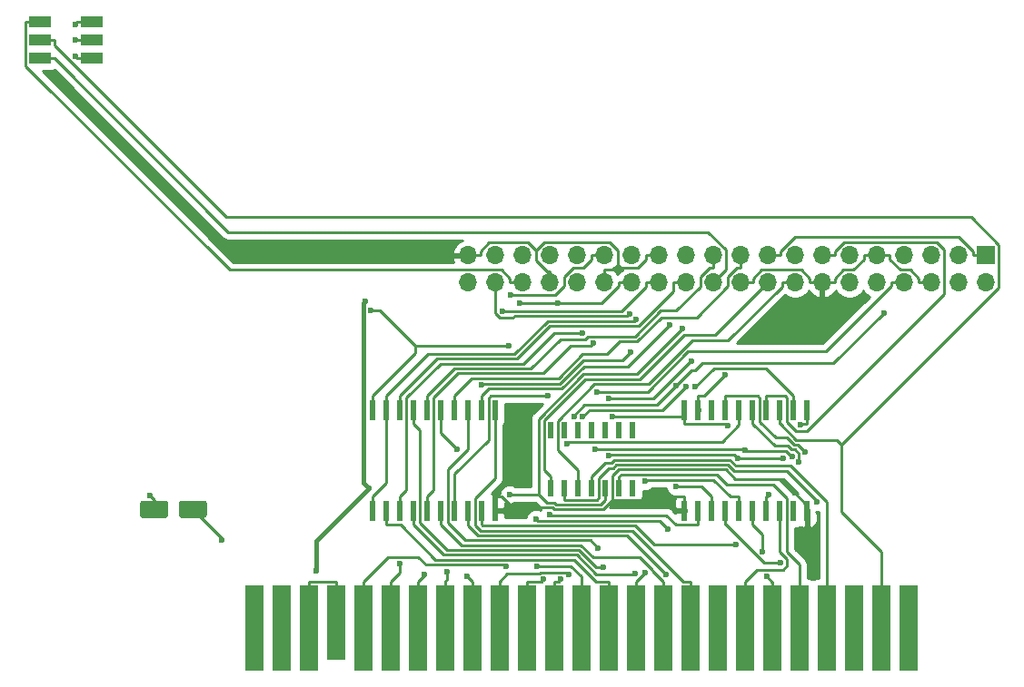
<source format=gbr>
G04 #@! TF.GenerationSoftware,KiCad,Pcbnew,5.1.5-52549c5~86~ubuntu18.04.1*
G04 #@! TF.CreationDate,2020-05-25T17:54:38+09:00*
G04 #@! TF.ProjectId,rpmpv1,72706d70-7631-42e6-9b69-6361645f7063,rev?*
G04 #@! TF.SameCoordinates,Original*
G04 #@! TF.FileFunction,Copper,L1,Top*
G04 #@! TF.FilePolarity,Positive*
%FSLAX46Y46*%
G04 Gerber Fmt 4.6, Leading zero omitted, Abs format (unit mm)*
G04 Created by KiCad (PCBNEW 5.1.5-52549c5~86~ubuntu18.04.1) date 2020-05-25 17:54:38*
%MOMM*%
%LPD*%
G04 APERTURE LIST*
%ADD10R,2.000000X1.100000*%
%ADD11R,0.600000X1.950000*%
%ADD12R,0.600000X1.500000*%
%ADD13R,1.800000X8.000000*%
%ADD14R,1.800000X7.000000*%
%ADD15C,0.100000*%
%ADD16R,1.700000X1.700000*%
%ADD17O,1.700000X1.700000*%
%ADD18C,0.600000*%
%ADD19C,0.250000*%
%ADD20C,0.400000*%
%ADD21C,0.254000*%
G04 APERTURE END LIST*
D10*
X107061000Y-53291000D03*
X107061000Y-54991000D03*
X107061000Y-56691000D03*
X111861000Y-56691000D03*
X111861000Y-54991000D03*
X111861000Y-53291000D03*
D11*
X138049000Y-98871500D03*
X139319000Y-98871500D03*
X140589000Y-98871500D03*
X141859000Y-98871500D03*
X143129000Y-98871500D03*
X144399000Y-98871500D03*
X145669000Y-98871500D03*
X146939000Y-98871500D03*
X148209000Y-98871500D03*
X149479000Y-98871500D03*
X149479000Y-89471500D03*
X148209000Y-89471500D03*
X146939000Y-89471500D03*
X145669000Y-89471500D03*
X144399000Y-89471500D03*
X143129000Y-89471500D03*
X141859000Y-89471500D03*
X140589000Y-89471500D03*
X139319000Y-89471500D03*
X138049000Y-89471500D03*
D12*
X154686000Y-96776500D03*
X155956000Y-96776500D03*
X157226000Y-96776500D03*
X158496000Y-96776500D03*
X159766000Y-96776500D03*
X161036000Y-96776500D03*
X162306000Y-96776500D03*
X162306000Y-91376500D03*
X161036000Y-91376500D03*
X159766000Y-91376500D03*
X158496000Y-91376500D03*
X157226000Y-91376500D03*
X155956000Y-91376500D03*
X154686000Y-91376500D03*
D11*
X167132000Y-98871500D03*
X168402000Y-98871500D03*
X169672000Y-98871500D03*
X170942000Y-98871500D03*
X172212000Y-98871500D03*
X173482000Y-98871500D03*
X174752000Y-98871500D03*
X176022000Y-98871500D03*
X177292000Y-98871500D03*
X178562000Y-98871500D03*
X178562000Y-89471500D03*
X177292000Y-89471500D03*
X176022000Y-89471500D03*
X174752000Y-89471500D03*
X173482000Y-89471500D03*
X172212000Y-89471500D03*
X170942000Y-89471500D03*
X169672000Y-89471500D03*
X168402000Y-89471500D03*
X167132000Y-89471500D03*
D13*
X187972840Y-109799440D03*
X185432840Y-109799440D03*
X182892840Y-109799440D03*
X180352840Y-109799440D03*
X177812840Y-109799440D03*
X175272840Y-109799440D03*
X172732840Y-109799440D03*
X170192840Y-109799440D03*
X167652840Y-109799440D03*
X165112840Y-109799440D03*
X162572840Y-109799440D03*
X160032840Y-109799440D03*
X157492840Y-109799440D03*
X154952840Y-109799440D03*
X152412840Y-109799440D03*
X149872840Y-109799440D03*
X147332840Y-109799440D03*
X144792840Y-109799440D03*
X142252840Y-109799440D03*
X139712840Y-109799440D03*
X137172840Y-109799440D03*
D14*
X134627760Y-109306680D03*
D13*
X132092840Y-109799440D03*
X129552840Y-109799440D03*
X127012840Y-109799440D03*
G04 #@! TA.AperFunction,SMDPad,CuDef*
D15*
G36*
X118781504Y-97943704D02*
G01*
X118805773Y-97947304D01*
X118829571Y-97953265D01*
X118852671Y-97961530D01*
X118874849Y-97972020D01*
X118895893Y-97984633D01*
X118915598Y-97999247D01*
X118933777Y-98015723D01*
X118950253Y-98033902D01*
X118964867Y-98053607D01*
X118977480Y-98074651D01*
X118987970Y-98096829D01*
X118996235Y-98119929D01*
X119002196Y-98143727D01*
X119005796Y-98167996D01*
X119007000Y-98192500D01*
X119007000Y-99292500D01*
X119005796Y-99317004D01*
X119002196Y-99341273D01*
X118996235Y-99365071D01*
X118987970Y-99388171D01*
X118977480Y-99410349D01*
X118964867Y-99431393D01*
X118950253Y-99451098D01*
X118933777Y-99469277D01*
X118915598Y-99485753D01*
X118895893Y-99500367D01*
X118874849Y-99512980D01*
X118852671Y-99523470D01*
X118829571Y-99531735D01*
X118805773Y-99537696D01*
X118781504Y-99541296D01*
X118757000Y-99542500D01*
X116657000Y-99542500D01*
X116632496Y-99541296D01*
X116608227Y-99537696D01*
X116584429Y-99531735D01*
X116561329Y-99523470D01*
X116539151Y-99512980D01*
X116518107Y-99500367D01*
X116498402Y-99485753D01*
X116480223Y-99469277D01*
X116463747Y-99451098D01*
X116449133Y-99431393D01*
X116436520Y-99410349D01*
X116426030Y-99388171D01*
X116417765Y-99365071D01*
X116411804Y-99341273D01*
X116408204Y-99317004D01*
X116407000Y-99292500D01*
X116407000Y-98192500D01*
X116408204Y-98167996D01*
X116411804Y-98143727D01*
X116417765Y-98119929D01*
X116426030Y-98096829D01*
X116436520Y-98074651D01*
X116449133Y-98053607D01*
X116463747Y-98033902D01*
X116480223Y-98015723D01*
X116498402Y-97999247D01*
X116518107Y-97984633D01*
X116539151Y-97972020D01*
X116561329Y-97961530D01*
X116584429Y-97953265D01*
X116608227Y-97947304D01*
X116632496Y-97943704D01*
X116657000Y-97942500D01*
X118757000Y-97942500D01*
X118781504Y-97943704D01*
G37*
G04 #@! TD.AperFunction*
G04 #@! TA.AperFunction,SMDPad,CuDef*
G36*
X122381504Y-97943704D02*
G01*
X122405773Y-97947304D01*
X122429571Y-97953265D01*
X122452671Y-97961530D01*
X122474849Y-97972020D01*
X122495893Y-97984633D01*
X122515598Y-97999247D01*
X122533777Y-98015723D01*
X122550253Y-98033902D01*
X122564867Y-98053607D01*
X122577480Y-98074651D01*
X122587970Y-98096829D01*
X122596235Y-98119929D01*
X122602196Y-98143727D01*
X122605796Y-98167996D01*
X122607000Y-98192500D01*
X122607000Y-99292500D01*
X122605796Y-99317004D01*
X122602196Y-99341273D01*
X122596235Y-99365071D01*
X122587970Y-99388171D01*
X122577480Y-99410349D01*
X122564867Y-99431393D01*
X122550253Y-99451098D01*
X122533777Y-99469277D01*
X122515598Y-99485753D01*
X122495893Y-99500367D01*
X122474849Y-99512980D01*
X122452671Y-99523470D01*
X122429571Y-99531735D01*
X122405773Y-99537696D01*
X122381504Y-99541296D01*
X122357000Y-99542500D01*
X120257000Y-99542500D01*
X120232496Y-99541296D01*
X120208227Y-99537696D01*
X120184429Y-99531735D01*
X120161329Y-99523470D01*
X120139151Y-99512980D01*
X120118107Y-99500367D01*
X120098402Y-99485753D01*
X120080223Y-99469277D01*
X120063747Y-99451098D01*
X120049133Y-99431393D01*
X120036520Y-99410349D01*
X120026030Y-99388171D01*
X120017765Y-99365071D01*
X120011804Y-99341273D01*
X120008204Y-99317004D01*
X120007000Y-99292500D01*
X120007000Y-98192500D01*
X120008204Y-98167996D01*
X120011804Y-98143727D01*
X120017765Y-98119929D01*
X120026030Y-98096829D01*
X120036520Y-98074651D01*
X120049133Y-98053607D01*
X120063747Y-98033902D01*
X120080223Y-98015723D01*
X120098402Y-97999247D01*
X120118107Y-97984633D01*
X120139151Y-97972020D01*
X120161329Y-97961530D01*
X120184429Y-97953265D01*
X120208227Y-97947304D01*
X120232496Y-97943704D01*
X120257000Y-97942500D01*
X122357000Y-97942500D01*
X122381504Y-97943704D01*
G37*
G04 #@! TD.AperFunction*
D16*
X195199000Y-75057000D03*
D17*
X195199000Y-77597000D03*
X192659000Y-75057000D03*
X192659000Y-77597000D03*
X190119000Y-75057000D03*
X190119000Y-77597000D03*
X187579000Y-75057000D03*
X187579000Y-77597000D03*
X185039000Y-75057000D03*
X185039000Y-77597000D03*
X182499000Y-75057000D03*
X182499000Y-77597000D03*
X179959000Y-75057000D03*
X179959000Y-77597000D03*
X177419000Y-75057000D03*
X177419000Y-77597000D03*
X174879000Y-75057000D03*
X174879000Y-77597000D03*
X172339000Y-75057000D03*
X172339000Y-77597000D03*
X169799000Y-75057000D03*
X169799000Y-77597000D03*
X167259000Y-75057000D03*
X167259000Y-77597000D03*
X164719000Y-75057000D03*
X164719000Y-77597000D03*
X162179000Y-75057000D03*
X162179000Y-77597000D03*
X159639000Y-75057000D03*
X159639000Y-77597000D03*
X157099000Y-75057000D03*
X157099000Y-77597000D03*
X154559000Y-75057000D03*
X154559000Y-77597000D03*
X152019000Y-75057000D03*
X152019000Y-77597000D03*
X149479000Y-75057000D03*
X149479000Y-77597000D03*
X146939000Y-75057000D03*
X146939000Y-77597000D03*
D18*
X170888600Y-86200600D03*
X163802000Y-97218200D03*
X137343000Y-79371000D03*
X132760900Y-104461300D03*
X137684600Y-96779400D03*
X160102400Y-93732700D03*
X176326900Y-93981900D03*
X172062800Y-93981900D03*
X166358300Y-87222000D03*
X156836800Y-90125100D03*
X185679200Y-80444400D03*
X150186800Y-80247300D03*
X148176200Y-87161500D03*
X162060600Y-84080800D03*
X151774900Y-79500500D03*
X155327200Y-79500500D03*
X158795300Y-93104800D03*
X177127300Y-93810800D03*
X172738300Y-93236900D03*
X150933200Y-78784100D03*
X179481800Y-98091200D03*
X178378000Y-93406700D03*
X177752600Y-94317400D03*
X174809900Y-105027700D03*
X174403900Y-102683000D03*
X177952400Y-90863600D03*
X162497000Y-104727000D03*
X165431100Y-104840500D03*
X163480000Y-104633500D03*
X159537700Y-104156700D03*
X159054800Y-102337200D03*
X145955600Y-93176200D03*
X153398100Y-104071300D03*
X155597500Y-105281600D03*
X167278300Y-87296600D03*
X157637100Y-90114300D03*
X167792000Y-84926300D03*
X160045900Y-88405700D03*
X153953200Y-105286100D03*
X165591900Y-100626400D03*
X153297100Y-99632500D03*
X156372200Y-104817500D03*
X146866600Y-105007900D03*
X144993000Y-104578400D03*
X142837900Y-104814300D03*
X140568000Y-103822600D03*
X154535100Y-99200400D03*
X150497600Y-104106100D03*
X160417900Y-90115800D03*
X150733800Y-83521500D03*
X137874200Y-80220300D03*
X171196300Y-90973900D03*
X165779000Y-81519700D03*
X171936600Y-101997500D03*
X157589600Y-82270000D03*
X158594900Y-83275300D03*
X154411700Y-88135200D03*
X158932900Y-87779400D03*
X176029300Y-103746500D03*
X175000600Y-97373600D03*
X166321800Y-96614500D03*
X163456700Y-96101800D03*
X124016500Y-101603200D03*
X110353900Y-56509200D03*
X110324100Y-54991000D03*
X110329400Y-53497300D03*
X166920900Y-81873800D03*
X150834700Y-97340400D03*
X156140700Y-92628400D03*
X162619200Y-81000000D03*
X117269000Y-97435100D03*
X168125000Y-87334000D03*
X161974600Y-80512700D03*
D19*
X168402000Y-89471500D02*
X168402000Y-88171200D01*
X170888600Y-86200600D02*
X168918000Y-88171200D01*
X168918000Y-88171200D02*
X168402000Y-88171200D01*
X178562000Y-98871500D02*
X178562000Y-98364000D01*
X178562000Y-98364000D02*
X176140600Y-95942600D01*
X176140600Y-95942600D02*
X171865400Y-95942600D01*
X171865400Y-95942600D02*
X170949000Y-95026200D01*
X170949000Y-95026200D02*
X161023000Y-95026200D01*
X161023000Y-95026200D02*
X160410600Y-95638600D01*
X160410600Y-95638600D02*
X160410600Y-97905900D01*
X179959000Y-77597000D02*
X178783700Y-77597000D01*
X172339000Y-77597000D02*
X173514300Y-77597000D01*
X173514300Y-77597000D02*
X173514300Y-77229700D01*
X173514300Y-77229700D02*
X174322300Y-76421700D01*
X174322300Y-76421700D02*
X177975800Y-76421700D01*
X177975800Y-76421700D02*
X178783700Y-77229600D01*
X178783700Y-77229600D02*
X178783700Y-77597000D01*
X160410600Y-97905900D02*
X159557500Y-98759000D01*
X159557500Y-98759000D02*
X154978100Y-98759000D01*
X154978100Y-98759000D02*
X154794200Y-98575100D01*
X154794200Y-98575100D02*
X151108200Y-98575100D01*
X151108200Y-98575100D02*
X150104300Y-97571200D01*
X150104300Y-97571200D02*
X149479000Y-97571200D01*
X179959000Y-77597000D02*
X181134300Y-77597000D01*
X181134300Y-77597000D02*
X181134300Y-77229600D01*
X181134300Y-77229600D02*
X181942200Y-76421700D01*
X181942200Y-76421700D02*
X182866400Y-76421700D01*
X182866400Y-76421700D02*
X183863700Y-75424400D01*
X183863700Y-75424400D02*
X183863700Y-75057000D01*
X159639000Y-77597000D02*
X159639000Y-76421700D01*
X153292900Y-74628200D02*
X152543200Y-73878500D01*
X152543200Y-73878500D02*
X148925500Y-73878500D01*
X148925500Y-73878500D02*
X148114300Y-74689700D01*
X148114300Y-74689700D02*
X148114300Y-75057000D01*
X154559000Y-76534300D02*
X154304200Y-76534300D01*
X154304200Y-76534300D02*
X153292900Y-75523000D01*
X153292900Y-75523000D02*
X153292900Y-74628200D01*
X153292900Y-74628200D02*
X154086200Y-73834900D01*
X154086200Y-73834900D02*
X160160300Y-73834900D01*
X160160300Y-73834900D02*
X160909000Y-74583600D01*
X160909000Y-74583600D02*
X160909000Y-76232300D01*
X160909000Y-76232300D02*
X162735800Y-76232300D01*
X162735800Y-76232300D02*
X163543700Y-75424400D01*
X163543700Y-75424400D02*
X163543700Y-75057000D01*
X159639000Y-76421700D02*
X160719600Y-76421700D01*
X160719600Y-76421700D02*
X160909000Y-76232300D01*
X163802000Y-97218200D02*
X163114300Y-97905900D01*
X163114300Y-97905900D02*
X160410600Y-97905900D01*
X167132000Y-97571200D02*
X164155000Y-97571200D01*
X164155000Y-97571200D02*
X163802000Y-97218200D01*
X149479000Y-98871500D02*
X149479000Y-97571200D01*
X164719000Y-75057000D02*
X163543700Y-75057000D01*
X185039000Y-75057000D02*
X183863700Y-75057000D01*
X190119000Y-77597000D02*
X188943700Y-77597000D01*
X185039000Y-75057000D02*
X186214300Y-75057000D01*
X186214300Y-75057000D02*
X186214300Y-75424400D01*
X186214300Y-75424400D02*
X187211600Y-76421700D01*
X187211600Y-76421700D02*
X188135800Y-76421700D01*
X188135800Y-76421700D02*
X188943700Y-77229600D01*
X188943700Y-77229600D02*
X188943700Y-77597000D01*
X154559000Y-77597000D02*
X154559000Y-76534300D01*
X146939000Y-75057000D02*
X148114300Y-75057000D01*
X167132000Y-98871500D02*
X167132000Y-97571200D01*
D20*
X137343000Y-79371000D02*
X137172900Y-79541100D01*
X137172900Y-79541100D02*
X137172900Y-96267700D01*
X137172900Y-96267700D02*
X137684600Y-96779400D01*
X132760900Y-104461300D02*
X132760900Y-101703100D01*
X132760900Y-101703100D02*
X137684600Y-96779400D01*
D19*
X172062800Y-93981900D02*
X171756200Y-93675300D01*
X171756200Y-93675300D02*
X160159800Y-93675300D01*
X160159800Y-93675300D02*
X160102400Y-93732700D01*
X176326900Y-93981900D02*
X172062800Y-93981900D01*
X166358300Y-87222000D02*
X167809700Y-85770600D01*
X167809700Y-85770600D02*
X168142700Y-85770600D01*
X168142700Y-85770600D02*
X168788300Y-85125000D01*
X168788300Y-85125000D02*
X180998600Y-85125000D01*
X180998600Y-85125000D02*
X185679200Y-80444400D01*
X156836800Y-90125100D02*
X156836800Y-89981800D01*
X156836800Y-89981800D02*
X157787500Y-89031100D01*
X157787500Y-89031100D02*
X164549200Y-89031100D01*
X164549200Y-89031100D02*
X166358300Y-87222000D01*
X150186800Y-80247300D02*
X161245400Y-80247300D01*
X161245400Y-80247300D02*
X163543700Y-77949000D01*
X163543700Y-77949000D02*
X163543700Y-77597000D01*
X164719000Y-77597000D02*
X163543700Y-77597000D01*
X162060600Y-84080800D02*
X161327400Y-84814000D01*
X161327400Y-84814000D02*
X157727200Y-84814000D01*
X157727200Y-84814000D02*
X155481700Y-87059500D01*
X155481700Y-87059500D02*
X148278200Y-87059500D01*
X148278200Y-87059500D02*
X148176200Y-87161500D01*
X161003700Y-77597000D02*
X161003700Y-77913600D01*
X161003700Y-77913600D02*
X159416800Y-79500500D01*
X159416800Y-79500500D02*
X155327200Y-79500500D01*
X151774900Y-79500500D02*
X155327200Y-79500500D01*
X162179000Y-77597000D02*
X161003700Y-77597000D01*
X172738300Y-93236900D02*
X172606200Y-93104800D01*
X172606200Y-93104800D02*
X158795300Y-93104800D01*
X177127300Y-93810800D02*
X177108200Y-93810800D01*
X177108200Y-93810800D02*
X176597100Y-93299700D01*
X176597100Y-93299700D02*
X172801100Y-93299700D01*
X172801100Y-93299700D02*
X172738300Y-93236900D01*
X158463700Y-75057000D02*
X158463700Y-75424400D01*
X158463700Y-75424400D02*
X157655800Y-76232300D01*
X157655800Y-76232300D02*
X156739400Y-76232300D01*
X156739400Y-76232300D02*
X155923600Y-77048100D01*
X155923600Y-77048100D02*
X155923600Y-77921800D01*
X155923600Y-77921800D02*
X155061300Y-78784100D01*
X155061300Y-78784100D02*
X150933200Y-78784100D01*
X159639000Y-75057000D02*
X158463700Y-75057000D01*
X179481800Y-98091200D02*
X179481800Y-97972700D01*
X179481800Y-97972700D02*
X176667300Y-95158200D01*
X176667300Y-95158200D02*
X171717900Y-95158200D01*
X171717900Y-95158200D02*
X171135600Y-94575900D01*
X171135600Y-94575900D02*
X160780600Y-94575900D01*
X160780600Y-94575900D02*
X160464100Y-94892400D01*
X160464100Y-94892400D02*
X160062500Y-94892400D01*
X160062500Y-94892400D02*
X159140600Y-95814300D01*
X159140600Y-95814300D02*
X159140600Y-97661300D01*
X159140600Y-97661300D02*
X158950100Y-97851800D01*
X158950100Y-97851800D02*
X155956000Y-97851800D01*
X155956000Y-96776500D02*
X155956000Y-97851800D01*
X180352800Y-105474100D02*
X180352800Y-98076400D01*
X180352800Y-98076400D02*
X176984200Y-94707800D01*
X176984200Y-94707800D02*
X171904400Y-94707800D01*
X171904400Y-94707800D02*
X171322200Y-94125600D01*
X171322200Y-94125600D02*
X160594000Y-94125600D01*
X160594000Y-94125600D02*
X160277500Y-94442100D01*
X160277500Y-94442100D02*
X159755100Y-94442100D01*
X159755100Y-94442100D02*
X158496000Y-95701200D01*
X180352800Y-109799400D02*
X180352800Y-105474100D01*
X158496000Y-96776500D02*
X158496000Y-95701200D01*
X177812800Y-105474100D02*
X177812800Y-103890200D01*
X177812800Y-103890200D02*
X176666600Y-102744000D01*
X176666600Y-102744000D02*
X176666600Y-97710200D01*
X176666600Y-97710200D02*
X175364800Y-96408400D01*
X175364800Y-96408400D02*
X171057400Y-96408400D01*
X171057400Y-96408400D02*
X170125500Y-95476500D01*
X170125500Y-95476500D02*
X161260700Y-95476500D01*
X161260700Y-95476500D02*
X161036000Y-95701200D01*
X161036000Y-96776500D02*
X161036000Y-95701200D01*
X177812800Y-109799400D02*
X177812800Y-105474100D01*
X178378000Y-93406700D02*
X177706500Y-92735200D01*
X177706500Y-92735200D02*
X177358300Y-92735200D01*
X177358300Y-92735200D02*
X176694300Y-92071200D01*
X176694300Y-92071200D02*
X175610400Y-92071200D01*
X175610400Y-92071200D02*
X174126600Y-90587400D01*
X174126600Y-90587400D02*
X174126600Y-88376700D01*
X174126600Y-88376700D02*
X173921100Y-88171200D01*
X173921100Y-88171200D02*
X170942000Y-88171200D01*
X170942000Y-89471500D02*
X170942000Y-88171200D01*
X173482000Y-90771800D02*
X175548500Y-92838300D01*
X175548500Y-92838300D02*
X176772600Y-92838300D01*
X176772600Y-92838300D02*
X177119800Y-93185500D01*
X177119800Y-93185500D02*
X177386400Y-93185500D01*
X177386400Y-93185500D02*
X177752600Y-93551700D01*
X177752600Y-93551700D02*
X177752600Y-94317400D01*
X175272800Y-105474100D02*
X175256300Y-105474100D01*
X175256300Y-105474100D02*
X174809900Y-105027700D01*
X175272800Y-109799400D02*
X175272800Y-105474100D01*
X173482000Y-89471500D02*
X173482000Y-90771800D01*
X173482000Y-100171800D02*
X174403900Y-101093700D01*
X174403900Y-101093700D02*
X174403900Y-102683000D01*
X173482000Y-98871500D02*
X173482000Y-100171800D01*
X172732800Y-105474100D02*
X173835100Y-104371800D01*
X173835100Y-104371800D02*
X176288400Y-104371800D01*
X176288400Y-104371800D02*
X176654600Y-104005600D01*
X176654600Y-104005600D02*
X176654600Y-103369000D01*
X176654600Y-103369000D02*
X176022000Y-102736400D01*
X176022000Y-102736400D02*
X176022000Y-100171800D01*
X172732800Y-109799400D02*
X172732800Y-105474100D01*
X176022000Y-98871500D02*
X176022000Y-100171800D01*
X178562000Y-90771800D02*
X178044200Y-90771800D01*
X178044200Y-90771800D02*
X177952400Y-90863600D01*
X178562000Y-89471500D02*
X178562000Y-90771800D01*
X162497000Y-104727000D02*
X162435100Y-104788900D01*
X162435100Y-104788900D02*
X158865300Y-104788900D01*
X158865300Y-104788900D02*
X157072100Y-102995700D01*
X157072100Y-102995700D02*
X144682900Y-102995700D01*
X144682900Y-102995700D02*
X141859000Y-100171800D01*
X141859000Y-98871500D02*
X141859000Y-100171800D01*
X149479000Y-89471500D02*
X149479000Y-95841900D01*
X149479000Y-95841900D02*
X147583600Y-97737300D01*
X147583600Y-97737300D02*
X147583600Y-100225600D01*
X147583600Y-100225600D02*
X148093200Y-100735200D01*
X148093200Y-100735200D02*
X162277000Y-100735200D01*
X162277000Y-100735200D02*
X167015900Y-105474100D01*
X167015900Y-105474100D02*
X167652800Y-105474100D01*
X167652800Y-109799400D02*
X167652800Y-105474100D01*
X146939000Y-98871500D02*
X146939000Y-100266400D01*
X146939000Y-100266400D02*
X147858100Y-101185500D01*
X147858100Y-101185500D02*
X161776100Y-101185500D01*
X161776100Y-101185500D02*
X165431100Y-104840500D01*
X165112800Y-105474100D02*
X164147300Y-104508600D01*
X164147300Y-104508600D02*
X164147300Y-104413800D01*
X164147300Y-104413800D02*
X162959800Y-103226300D01*
X162959800Y-103226300D02*
X158609000Y-103226300D01*
X158609000Y-103226300D02*
X157468800Y-102086100D01*
X157468800Y-102086100D02*
X146313300Y-102086100D01*
X146313300Y-102086100D02*
X144399000Y-100171800D01*
X144399000Y-98871500D02*
X144399000Y-100171800D01*
X165112800Y-109799400D02*
X165112800Y-105474100D01*
X162572800Y-105474100D02*
X162639400Y-105474100D01*
X162639400Y-105474100D02*
X163480000Y-104633500D01*
X162572800Y-109799400D02*
X162572800Y-105474100D01*
X159537700Y-104156700D02*
X158902500Y-104156700D01*
X158902500Y-104156700D02*
X157291200Y-102545400D01*
X157291200Y-102545400D02*
X145018400Y-102545400D01*
X145018400Y-102545400D02*
X142484300Y-100011300D01*
X142484300Y-100011300D02*
X142484300Y-91397100D01*
X142484300Y-91397100D02*
X141859000Y-90771800D01*
X141859000Y-89471500D02*
X141859000Y-90771800D01*
X160032800Y-105474100D02*
X158881000Y-105474100D01*
X158881000Y-105474100D02*
X156852900Y-103446000D01*
X156852900Y-103446000D02*
X143923400Y-103446000D01*
X143923400Y-103446000D02*
X140649200Y-100171800D01*
X140649200Y-100171800D02*
X139319000Y-100171800D01*
X139319000Y-98871500D02*
X139319000Y-100171800D01*
X160032800Y-109799400D02*
X160032800Y-105474100D01*
X159054800Y-102337200D02*
X158353400Y-101635800D01*
X158353400Y-101635800D02*
X146679500Y-101635800D01*
X146679500Y-101635800D02*
X145043600Y-99999900D01*
X145043600Y-99999900D02*
X145043600Y-95001300D01*
X145043600Y-95001300D02*
X146939000Y-93105900D01*
X146939000Y-93105900D02*
X146939000Y-89471500D01*
X144399000Y-89471500D02*
X144399000Y-91619600D01*
X144399000Y-91619600D02*
X145955600Y-93176200D01*
X157492800Y-109799400D02*
X157492800Y-105025300D01*
X157492800Y-105025300D02*
X156538800Y-104071300D01*
X156538800Y-104071300D02*
X153398100Y-104071300D01*
X154952800Y-105474100D02*
X155405000Y-105474100D01*
X155405000Y-105474100D02*
X155597500Y-105281600D01*
X154952800Y-109799400D02*
X154952800Y-105474100D01*
X157637100Y-90114300D02*
X158270000Y-89481400D01*
X158270000Y-89481400D02*
X165093500Y-89481400D01*
X165093500Y-89481400D02*
X167278300Y-87296600D01*
X160045900Y-88405700D02*
X164185200Y-88405700D01*
X164185200Y-88405700D02*
X167664600Y-84926300D01*
X167664600Y-84926300D02*
X167792000Y-84926300D01*
X152412800Y-105474100D02*
X153765200Y-105474100D01*
X153765200Y-105474100D02*
X153953200Y-105286100D01*
X152412800Y-109799400D02*
X152412800Y-105474100D01*
X153297100Y-99632500D02*
X153499200Y-99834600D01*
X153499200Y-99834600D02*
X164800100Y-99834600D01*
X164800100Y-99834600D02*
X165591900Y-100626400D01*
X149872800Y-105474100D02*
X150593500Y-104753400D01*
X150593500Y-104753400D02*
X153601400Y-104753400D01*
X153601400Y-104753400D02*
X153698600Y-104656200D01*
X153698600Y-104656200D02*
X156210900Y-104656200D01*
X156210900Y-104656200D02*
X156372200Y-104817500D01*
X149872800Y-109799400D02*
X149872800Y-105474100D01*
X147332800Y-105474100D02*
X146866600Y-105007900D01*
X147332800Y-109799400D02*
X147332800Y-105474100D01*
X144792800Y-105474100D02*
X144993000Y-105273900D01*
X144993000Y-105273900D02*
X144993000Y-104578400D01*
X144792800Y-109799400D02*
X144792800Y-105474100D01*
X142252800Y-109799400D02*
X142252800Y-105474100D01*
X142252800Y-105474100D02*
X142837900Y-104889000D01*
X142837900Y-104889000D02*
X142837900Y-104814300D01*
X139712800Y-109799400D02*
X139712800Y-105474100D01*
X139712800Y-105474100D02*
X140568000Y-104618900D01*
X140568000Y-104618900D02*
X140568000Y-103822600D01*
X137172800Y-109799400D02*
X137172800Y-105474100D01*
X168402000Y-98871500D02*
X168402000Y-100171800D01*
X154535100Y-99200400D02*
X154626900Y-99292200D01*
X154626900Y-99292200D02*
X165418000Y-99292200D01*
X165418000Y-99292200D02*
X166297600Y-100171800D01*
X166297600Y-100171800D02*
X168402000Y-100171800D01*
X137172800Y-105474100D02*
X139456300Y-103190600D01*
X139456300Y-103190600D02*
X142292900Y-103190600D01*
X142292900Y-103190600D02*
X143011600Y-103909300D01*
X143011600Y-103909300D02*
X150300800Y-103909300D01*
X150300800Y-103909300D02*
X150497600Y-104106100D01*
X167132000Y-90115800D02*
X160417900Y-90115800D01*
X167132000Y-90115800D02*
X167132000Y-90771800D01*
X167132000Y-89471500D02*
X167132000Y-90115800D01*
X195199000Y-75057000D02*
X194023700Y-75057000D01*
X174879000Y-75057000D02*
X176054300Y-75057000D01*
X176054300Y-75057000D02*
X176054300Y-74689700D01*
X176054300Y-74689700D02*
X177381400Y-73362600D01*
X177381400Y-73362600D02*
X192696600Y-73362600D01*
X192696600Y-73362600D02*
X194023700Y-74689700D01*
X194023700Y-74689700D02*
X194023700Y-75057000D01*
X142062400Y-83521500D02*
X150733800Y-83521500D01*
X142062400Y-83521500D02*
X138761200Y-80220300D01*
X138761200Y-80220300D02*
X137874200Y-80220300D01*
X138049000Y-88171200D02*
X142062400Y-84157800D01*
X142062400Y-84157800D02*
X142062400Y-83521500D01*
X167132000Y-90771800D02*
X170994200Y-90771800D01*
X170994200Y-90771800D02*
X171196300Y-90973900D01*
X138049000Y-89471500D02*
X138049000Y-88171200D01*
X166083700Y-77597000D02*
X166083700Y-78420000D01*
X166083700Y-78420000D02*
X162859000Y-81644700D01*
X162859000Y-81644700D02*
X154548700Y-81644700D01*
X154548700Y-81644700D02*
X151479600Y-84713800D01*
X151479600Y-84713800D02*
X144046400Y-84713800D01*
X144046400Y-84713800D02*
X140589000Y-88171200D01*
X167259000Y-77597000D02*
X166083700Y-77597000D01*
X140589000Y-89471500D02*
X140589000Y-88171200D01*
X165779000Y-81519700D02*
X161849500Y-85449200D01*
X161849500Y-85449200D02*
X157742800Y-85449200D01*
X157742800Y-85449200D02*
X155682100Y-87509900D01*
X155682100Y-87509900D02*
X148870300Y-87509900D01*
X148870300Y-87509900D02*
X148209000Y-88171200D01*
X148209000Y-89471500D02*
X148209000Y-88171200D01*
X148209000Y-100171800D02*
X148322100Y-100284900D01*
X148322100Y-100284900D02*
X162556600Y-100284900D01*
X162556600Y-100284900D02*
X164269200Y-101997500D01*
X164269200Y-101997500D02*
X171936600Y-101997500D01*
X148209000Y-98871500D02*
X148209000Y-100171800D01*
X157589600Y-82270000D02*
X154962500Y-82270000D01*
X154962500Y-82270000D02*
X152068400Y-85164100D01*
X152068400Y-85164100D02*
X144381900Y-85164100D01*
X144381900Y-85164100D02*
X141214300Y-88331700D01*
X141214300Y-88331700D02*
X141214300Y-96945900D01*
X141214300Y-96945900D02*
X140589000Y-97571200D01*
X140589000Y-98871500D02*
X140589000Y-97571200D01*
X158594900Y-83275300D02*
X158397300Y-83472900D01*
X158397300Y-83472900D02*
X156520800Y-83472900D01*
X156520800Y-83472900D02*
X153929000Y-86064700D01*
X153929000Y-86064700D02*
X146022400Y-86064700D01*
X146022400Y-86064700D02*
X143754300Y-88332800D01*
X143754300Y-88332800D02*
X143754300Y-96945900D01*
X143754300Y-96945900D02*
X143129000Y-97571200D01*
X143129000Y-98871500D02*
X143129000Y-97571200D01*
X158932900Y-87779400D02*
X163728100Y-87779400D01*
X163728100Y-87779400D02*
X167470300Y-84037200D01*
X167470300Y-84037200D02*
X180271900Y-84037200D01*
X180271900Y-84037200D02*
X186403700Y-77905400D01*
X186403700Y-77905400D02*
X186403700Y-77597000D01*
X145669000Y-98871500D02*
X145669000Y-95457300D01*
X145669000Y-95457300D02*
X148853600Y-92272700D01*
X148853600Y-92272700D02*
X148853600Y-88361800D01*
X148853600Y-88361800D02*
X149080200Y-88135200D01*
X149080200Y-88135200D02*
X154411700Y-88135200D01*
X187579000Y-77597000D02*
X186403700Y-77597000D01*
X181727100Y-92731200D02*
X181280800Y-92284900D01*
X181280800Y-92284900D02*
X177544900Y-92284900D01*
X177544900Y-92284900D02*
X176031800Y-90771800D01*
X176031800Y-90771800D02*
X176022000Y-90771800D01*
X181727100Y-92731200D02*
X196392100Y-78066200D01*
X196392100Y-78066200D02*
X196392100Y-74065400D01*
X196392100Y-74065400D02*
X193822200Y-71495500D01*
X193822200Y-71495500D02*
X124389600Y-71495500D01*
X124389600Y-71495500D02*
X108386300Y-55492200D01*
X108386300Y-55492200D02*
X108386300Y-54991000D01*
X176022000Y-89471500D02*
X176022000Y-90771800D01*
X181727100Y-92731200D02*
X181727100Y-99001800D01*
X181727100Y-99001800D02*
X185432800Y-102707500D01*
X185432800Y-102707500D02*
X185432800Y-109799400D01*
X107061000Y-54991000D02*
X108386300Y-54991000D01*
X134627800Y-109306700D02*
X134627800Y-105481400D01*
X132092800Y-109799400D02*
X132092800Y-105474100D01*
X132092800Y-105474100D02*
X134620500Y-105474100D01*
X134620500Y-105474100D02*
X134627800Y-105481400D01*
X170942000Y-98871500D02*
X170942000Y-100171800D01*
X170942000Y-100171800D02*
X170998000Y-100171800D01*
X170998000Y-100171800D02*
X174572700Y-103746500D01*
X174572700Y-103746500D02*
X176029300Y-103746500D01*
X175000600Y-97373600D02*
X174803000Y-97571200D01*
X174803000Y-97571200D02*
X174752000Y-97571200D01*
X174752000Y-98871500D02*
X174752000Y-97571200D01*
X179959000Y-75057000D02*
X181134300Y-75057000D01*
X174752000Y-89471500D02*
X174752000Y-88171200D01*
X181134300Y-75057000D02*
X181134300Y-74689700D01*
X181134300Y-74689700D02*
X181975900Y-73848100D01*
X181975900Y-73848100D02*
X190626300Y-73848100D01*
X190626300Y-73848100D02*
X191324100Y-74545900D01*
X191324100Y-74545900D02*
X191324100Y-78691500D01*
X191324100Y-78691500D02*
X178526600Y-91489000D01*
X178526600Y-91489000D02*
X177528500Y-91489000D01*
X177528500Y-91489000D02*
X176655000Y-90615500D01*
X176655000Y-90615500D02*
X176655000Y-88300200D01*
X176655000Y-88300200D02*
X176526000Y-88171200D01*
X176526000Y-88171200D02*
X174752000Y-88171200D01*
X177419000Y-77597000D02*
X176243700Y-77597000D01*
X176243700Y-77597000D02*
X176243700Y-77964300D01*
X176243700Y-77964300D02*
X171195100Y-83012900D01*
X171195100Y-83012900D02*
X167857700Y-83012900D01*
X167857700Y-83012900D02*
X163805000Y-87065600D01*
X163805000Y-87065600D02*
X158732600Y-87065600D01*
X158732600Y-87065600D02*
X155321000Y-90477200D01*
X155321000Y-90477200D02*
X155321000Y-93192200D01*
X155321000Y-93192200D02*
X157226000Y-95097200D01*
X157226000Y-95097200D02*
X157226000Y-96776500D01*
X174879000Y-77597000D02*
X169973900Y-82502100D01*
X169973900Y-82502100D02*
X167094600Y-82502100D01*
X167094600Y-82502100D02*
X162981500Y-86615200D01*
X162981500Y-86615200D02*
X157864800Y-86615200D01*
X157864800Y-86615200D02*
X154060700Y-90419300D01*
X154060700Y-90419300D02*
X154060700Y-95075900D01*
X154060700Y-95075900D02*
X154686000Y-95701200D01*
X154686000Y-96776500D02*
X154686000Y-95701200D01*
X166321800Y-96614500D02*
X168715300Y-96614500D01*
X168715300Y-96614500D02*
X169672000Y-97571200D01*
X169672000Y-98871500D02*
X169672000Y-97571200D01*
X172212000Y-98871500D02*
X172212000Y-97571200D01*
X163456700Y-96101800D02*
X163569500Y-95989000D01*
X163569500Y-95989000D02*
X169842600Y-95989000D01*
X169842600Y-95989000D02*
X171424800Y-97571200D01*
X171424800Y-97571200D02*
X172212000Y-97571200D01*
X124016500Y-101603200D02*
X124016500Y-101452000D01*
X124016500Y-101452000D02*
X121307000Y-98742500D01*
X110353900Y-56509200D02*
X110535700Y-56691000D01*
X111861000Y-56691000D02*
X110535700Y-56691000D01*
X110535700Y-54991000D02*
X110324100Y-54991000D01*
X111861000Y-54991000D02*
X110535700Y-54991000D01*
X110329400Y-53497300D02*
X110535700Y-53291000D01*
X111861000Y-53291000D02*
X110535700Y-53291000D01*
X107061000Y-53291000D02*
X105735700Y-53291000D01*
X152019000Y-77597000D02*
X150843700Y-77597000D01*
X150843700Y-77597000D02*
X150843700Y-77229600D01*
X150843700Y-77229600D02*
X150035800Y-76421700D01*
X150035800Y-76421700D02*
X124769400Y-76421700D01*
X124769400Y-76421700D02*
X105735700Y-57388000D01*
X105735700Y-57388000D02*
X105735700Y-53291000D01*
X166920900Y-81873800D02*
X162684400Y-86110300D01*
X162684400Y-86110300D02*
X157732700Y-86110300D01*
X157732700Y-86110300D02*
X153525500Y-90317500D01*
X153525500Y-90317500D02*
X153525500Y-97340400D01*
X169799000Y-77597000D02*
X170989600Y-76406400D01*
X170989600Y-76406400D02*
X170989600Y-74558000D01*
X170989600Y-74558000D02*
X169326700Y-72895100D01*
X169326700Y-72895100D02*
X124590400Y-72895100D01*
X124590400Y-72895100D02*
X108386300Y-56691000D01*
X159766000Y-97851800D02*
X159315700Y-98302100D01*
X159315700Y-98302100D02*
X155158100Y-98302100D01*
X155158100Y-98302100D02*
X154980800Y-98124800D01*
X154980800Y-98124800D02*
X154309900Y-98124800D01*
X154309900Y-98124800D02*
X153525500Y-97340400D01*
X107061000Y-56691000D02*
X108386300Y-56691000D01*
X153525500Y-97340400D02*
X150834700Y-97340400D01*
X159766000Y-96776500D02*
X159766000Y-97851800D01*
X172212000Y-89471500D02*
X172212000Y-90876700D01*
X172212000Y-90876700D02*
X170609200Y-92479500D01*
X170609200Y-92479500D02*
X156289600Y-92479500D01*
X156289600Y-92479500D02*
X156140700Y-92628400D01*
X139319000Y-88171200D02*
X143226700Y-84263500D01*
X143226700Y-84263500D02*
X151293000Y-84263500D01*
X151293000Y-84263500D02*
X154363100Y-81193400D01*
X154363100Y-81193400D02*
X162425800Y-81193400D01*
X162425800Y-81193400D02*
X162619200Y-81000000D01*
X138049000Y-98871500D02*
X138049000Y-97571200D01*
X138049000Y-97571200D02*
X139319000Y-96301200D01*
X139319000Y-96301200D02*
X139319000Y-90771800D01*
X139319000Y-89471500D02*
X139319000Y-88171200D01*
X139319000Y-89471500D02*
X139319000Y-90771800D01*
X117707000Y-98742500D02*
X117707000Y-97873100D01*
X117707000Y-97873100D02*
X117269000Y-97435100D01*
X145669000Y-89471500D02*
X145669000Y-88171200D01*
X172339000Y-75057000D02*
X172339000Y-76232300D01*
X172339000Y-76232300D02*
X171971600Y-76232300D01*
X171971600Y-76232300D02*
X171163700Y-77040200D01*
X171163700Y-77040200D02*
X171163700Y-77913500D01*
X171163700Y-77913500D02*
X168248900Y-80828300D01*
X168248900Y-80828300D02*
X164949200Y-80828300D01*
X164949200Y-80828300D02*
X162702700Y-83074800D01*
X162702700Y-83074800D02*
X161066500Y-83074800D01*
X161066500Y-83074800D02*
X159865000Y-84276300D01*
X159865000Y-84276300D02*
X157628000Y-84276300D01*
X157628000Y-84276300D02*
X155378700Y-86525600D01*
X155378700Y-86525600D02*
X147314600Y-86525600D01*
X147314600Y-86525600D02*
X145669000Y-88171200D01*
X169799000Y-76232300D02*
X169431600Y-76232300D01*
X169431600Y-76232300D02*
X168623700Y-77040200D01*
X168623700Y-77040200D02*
X168623700Y-77953900D01*
X168623700Y-77953900D02*
X166358500Y-80219100D01*
X166358500Y-80219100D02*
X164921500Y-80219100D01*
X164921500Y-80219100D02*
X162516200Y-82624400D01*
X162516200Y-82624400D02*
X158119600Y-82624400D01*
X158119600Y-82624400D02*
X157848700Y-82895300D01*
X157848700Y-82895300D02*
X155540700Y-82895300D01*
X155540700Y-82895300D02*
X152821600Y-85614400D01*
X152821600Y-85614400D02*
X145685800Y-85614400D01*
X145685800Y-85614400D02*
X143129000Y-88171200D01*
X143129000Y-89471500D02*
X143129000Y-88171200D01*
X169799000Y-75057000D02*
X169799000Y-76232300D01*
X177292000Y-88171200D02*
X174696100Y-85575300D01*
X174696100Y-85575300D02*
X169883700Y-85575300D01*
X169883700Y-85575300D02*
X168125000Y-87334000D01*
X149479000Y-78772300D02*
X149479000Y-80451800D01*
X149479000Y-80451800D02*
X149904000Y-80876800D01*
X149904000Y-80876800D02*
X151144200Y-80876800D01*
X151144200Y-80876800D02*
X151291100Y-80729900D01*
X151291100Y-80729900D02*
X161757400Y-80729900D01*
X161757400Y-80729900D02*
X161974600Y-80512700D01*
X149479000Y-77597000D02*
X149479000Y-78772300D01*
X177292000Y-89471500D02*
X177292000Y-88171200D01*
D21*
G36*
X178689000Y-98744500D02*
G01*
X178709000Y-98744500D01*
X178709000Y-98998500D01*
X178689000Y-98998500D01*
X178689000Y-100322750D01*
X178847750Y-100481500D01*
X178862000Y-100484572D01*
X178986482Y-100472312D01*
X179106180Y-100436002D01*
X179216494Y-100377037D01*
X179313185Y-100297685D01*
X179392537Y-100200994D01*
X179451502Y-100090680D01*
X179487812Y-99970982D01*
X179500072Y-99846500D01*
X179497000Y-99157250D01*
X179360050Y-99020300D01*
X179389711Y-99026200D01*
X179573889Y-99026200D01*
X179592801Y-99022438D01*
X179592800Y-105161368D01*
X179452840Y-105161368D01*
X179328358Y-105173628D01*
X179208660Y-105209938D01*
X179098346Y-105268903D01*
X179082840Y-105281628D01*
X179067334Y-105268903D01*
X178957020Y-105209938D01*
X178837322Y-105173628D01*
X178712840Y-105161368D01*
X178572800Y-105161368D01*
X178572800Y-103927533D01*
X178576477Y-103890200D01*
X178568958Y-103813854D01*
X178561803Y-103741214D01*
X178518346Y-103597953D01*
X178447774Y-103465924D01*
X178352801Y-103350199D01*
X178323803Y-103326401D01*
X177426600Y-102429199D01*
X177426600Y-100484572D01*
X177592000Y-100484572D01*
X177716482Y-100472312D01*
X177836180Y-100436002D01*
X177927000Y-100387457D01*
X178017820Y-100436002D01*
X178137518Y-100472312D01*
X178262000Y-100484572D01*
X178276250Y-100481500D01*
X178435000Y-100322750D01*
X178435000Y-98998500D01*
X178415000Y-98998500D01*
X178415000Y-98744500D01*
X178435000Y-98744500D01*
X178435000Y-98724500D01*
X178689000Y-98724500D01*
X178689000Y-98744500D01*
G37*
X178689000Y-98744500D02*
X178709000Y-98744500D01*
X178709000Y-98998500D01*
X178689000Y-98998500D01*
X178689000Y-100322750D01*
X178847750Y-100481500D01*
X178862000Y-100484572D01*
X178986482Y-100472312D01*
X179106180Y-100436002D01*
X179216494Y-100377037D01*
X179313185Y-100297685D01*
X179392537Y-100200994D01*
X179451502Y-100090680D01*
X179487812Y-99970982D01*
X179500072Y-99846500D01*
X179497000Y-99157250D01*
X179360050Y-99020300D01*
X179389711Y-99026200D01*
X179573889Y-99026200D01*
X179592801Y-99022438D01*
X179592800Y-105161368D01*
X179452840Y-105161368D01*
X179328358Y-105173628D01*
X179208660Y-105209938D01*
X179098346Y-105268903D01*
X179082840Y-105281628D01*
X179067334Y-105268903D01*
X178957020Y-105209938D01*
X178837322Y-105173628D01*
X178712840Y-105161368D01*
X178572800Y-105161368D01*
X178572800Y-103927533D01*
X178576477Y-103890200D01*
X178568958Y-103813854D01*
X178561803Y-103741214D01*
X178518346Y-103597953D01*
X178447774Y-103465924D01*
X178352801Y-103350199D01*
X178323803Y-103326401D01*
X177426600Y-102429199D01*
X177426600Y-100484572D01*
X177592000Y-100484572D01*
X177716482Y-100472312D01*
X177836180Y-100436002D01*
X177927000Y-100387457D01*
X178017820Y-100436002D01*
X178137518Y-100472312D01*
X178262000Y-100484572D01*
X178276250Y-100481500D01*
X178435000Y-100322750D01*
X178435000Y-98998500D01*
X178415000Y-98998500D01*
X178415000Y-98744500D01*
X178435000Y-98744500D01*
X178435000Y-98724500D01*
X178689000Y-98724500D01*
X178689000Y-98744500D01*
G36*
X153870261Y-88897937D02*
G01*
X153014503Y-89753696D01*
X152985499Y-89777499D01*
X152940104Y-89832814D01*
X152890526Y-89893224D01*
X152821581Y-90022211D01*
X152819954Y-90025254D01*
X152776497Y-90168515D01*
X152765500Y-90280168D01*
X152765500Y-90280178D01*
X152761824Y-90317500D01*
X152765500Y-90354823D01*
X152765501Y-96580400D01*
X151380235Y-96580400D01*
X151277589Y-96511814D01*
X151107429Y-96441332D01*
X150926789Y-96405400D01*
X150742611Y-96405400D01*
X150561971Y-96441332D01*
X150391811Y-96511814D01*
X150238672Y-96614138D01*
X150108438Y-96744372D01*
X150006114Y-96897511D01*
X149935632Y-97067671D01*
X149899700Y-97248311D01*
X149899700Y-97270316D01*
X149779000Y-97258428D01*
X149764750Y-97261500D01*
X149606000Y-97420250D01*
X149606000Y-98744500D01*
X150255250Y-98744500D01*
X150414000Y-98585750D01*
X150415813Y-98178928D01*
X150561971Y-98239468D01*
X150742611Y-98275400D01*
X150926789Y-98275400D01*
X151107429Y-98239468D01*
X151277589Y-98168986D01*
X151380235Y-98100400D01*
X153210699Y-98100400D01*
X153746101Y-98635802D01*
X153769106Y-98663835D01*
X153706514Y-98757511D01*
X153695010Y-98785283D01*
X153569829Y-98733432D01*
X153389189Y-98697500D01*
X153205011Y-98697500D01*
X153024371Y-98733432D01*
X152854211Y-98803914D01*
X152701072Y-98906238D01*
X152570838Y-99036472D01*
X152468514Y-99189611D01*
X152398032Y-99359771D01*
X152365185Y-99524900D01*
X150415639Y-99524900D01*
X150414000Y-99157250D01*
X150255250Y-98998500D01*
X149606000Y-98998500D01*
X149606000Y-99018500D01*
X149352000Y-99018500D01*
X149352000Y-98998500D01*
X149332000Y-98998500D01*
X149332000Y-98744500D01*
X149352000Y-98744500D01*
X149352000Y-97420250D01*
X149193250Y-97261500D01*
X149179000Y-97258428D01*
X149132716Y-97262986D01*
X149990008Y-96405695D01*
X150019001Y-96381901D01*
X150042795Y-96352908D01*
X150042799Y-96352904D01*
X150113973Y-96266177D01*
X150117456Y-96259661D01*
X150184546Y-96134147D01*
X150228003Y-95990886D01*
X150239000Y-95879233D01*
X150239000Y-95879224D01*
X150242676Y-95841901D01*
X150239000Y-95804578D01*
X150239000Y-90886944D01*
X150309537Y-90800994D01*
X150368502Y-90690680D01*
X150404812Y-90570982D01*
X150417072Y-90446500D01*
X150417072Y-88895200D01*
X153866165Y-88895200D01*
X153870261Y-88897937D01*
G37*
X153870261Y-88897937D02*
X153014503Y-89753696D01*
X152985499Y-89777499D01*
X152940104Y-89832814D01*
X152890526Y-89893224D01*
X152821581Y-90022211D01*
X152819954Y-90025254D01*
X152776497Y-90168515D01*
X152765500Y-90280168D01*
X152765500Y-90280178D01*
X152761824Y-90317500D01*
X152765500Y-90354823D01*
X152765501Y-96580400D01*
X151380235Y-96580400D01*
X151277589Y-96511814D01*
X151107429Y-96441332D01*
X150926789Y-96405400D01*
X150742611Y-96405400D01*
X150561971Y-96441332D01*
X150391811Y-96511814D01*
X150238672Y-96614138D01*
X150108438Y-96744372D01*
X150006114Y-96897511D01*
X149935632Y-97067671D01*
X149899700Y-97248311D01*
X149899700Y-97270316D01*
X149779000Y-97258428D01*
X149764750Y-97261500D01*
X149606000Y-97420250D01*
X149606000Y-98744500D01*
X150255250Y-98744500D01*
X150414000Y-98585750D01*
X150415813Y-98178928D01*
X150561971Y-98239468D01*
X150742611Y-98275400D01*
X150926789Y-98275400D01*
X151107429Y-98239468D01*
X151277589Y-98168986D01*
X151380235Y-98100400D01*
X153210699Y-98100400D01*
X153746101Y-98635802D01*
X153769106Y-98663835D01*
X153706514Y-98757511D01*
X153695010Y-98785283D01*
X153569829Y-98733432D01*
X153389189Y-98697500D01*
X153205011Y-98697500D01*
X153024371Y-98733432D01*
X152854211Y-98803914D01*
X152701072Y-98906238D01*
X152570838Y-99036472D01*
X152468514Y-99189611D01*
X152398032Y-99359771D01*
X152365185Y-99524900D01*
X150415639Y-99524900D01*
X150414000Y-99157250D01*
X150255250Y-98998500D01*
X149606000Y-98998500D01*
X149606000Y-99018500D01*
X149352000Y-99018500D01*
X149352000Y-98998500D01*
X149332000Y-98998500D01*
X149332000Y-98744500D01*
X149352000Y-98744500D01*
X149352000Y-97420250D01*
X149193250Y-97261500D01*
X149179000Y-97258428D01*
X149132716Y-97262986D01*
X149990008Y-96405695D01*
X150019001Y-96381901D01*
X150042795Y-96352908D01*
X150042799Y-96352904D01*
X150113973Y-96266177D01*
X150117456Y-96259661D01*
X150184546Y-96134147D01*
X150228003Y-95990886D01*
X150239000Y-95879233D01*
X150239000Y-95879224D01*
X150242676Y-95841901D01*
X150239000Y-95804578D01*
X150239000Y-90886944D01*
X150309537Y-90800994D01*
X150368502Y-90690680D01*
X150404812Y-90570982D01*
X150417072Y-90446500D01*
X150417072Y-88895200D01*
X153866165Y-88895200D01*
X153870261Y-88897937D01*
G36*
X165422732Y-96887229D02*
G01*
X165493214Y-97057389D01*
X165595538Y-97210528D01*
X165725772Y-97340762D01*
X165878911Y-97443086D01*
X166049071Y-97513568D01*
X166229711Y-97549500D01*
X166297457Y-97549500D01*
X166242498Y-97652320D01*
X166206188Y-97772018D01*
X166193928Y-97896500D01*
X166197000Y-98585750D01*
X166355750Y-98744500D01*
X167005000Y-98744500D01*
X167005000Y-98724500D01*
X167259000Y-98724500D01*
X167259000Y-98744500D01*
X167279000Y-98744500D01*
X167279000Y-98998500D01*
X167259000Y-98998500D01*
X167259000Y-99018500D01*
X167005000Y-99018500D01*
X167005000Y-98998500D01*
X166355750Y-98998500D01*
X166277426Y-99076824D01*
X165981803Y-98781202D01*
X165958001Y-98752199D01*
X165842276Y-98657226D01*
X165710247Y-98586654D01*
X165566986Y-98543197D01*
X165455333Y-98532200D01*
X165455322Y-98532200D01*
X165418000Y-98528524D01*
X165380678Y-98532200D01*
X160160401Y-98532200D01*
X160276997Y-98415604D01*
X160306001Y-98391801D01*
X160400974Y-98276076D01*
X160471546Y-98144047D01*
X160481695Y-98110590D01*
X160491820Y-98116002D01*
X160611518Y-98152312D01*
X160736000Y-98164572D01*
X161336000Y-98164572D01*
X161460482Y-98152312D01*
X161580180Y-98116002D01*
X161671000Y-98067457D01*
X161761820Y-98116002D01*
X161881518Y-98152312D01*
X162006000Y-98164572D01*
X162606000Y-98164572D01*
X162730482Y-98152312D01*
X162850180Y-98116002D01*
X162960494Y-98057037D01*
X163057185Y-97977685D01*
X163136537Y-97880994D01*
X163195502Y-97770680D01*
X163231812Y-97650982D01*
X163244072Y-97526500D01*
X163244072Y-97012823D01*
X163364611Y-97036800D01*
X163548789Y-97036800D01*
X163729429Y-97000868D01*
X163899589Y-96930386D01*
X164052728Y-96828062D01*
X164131790Y-96749000D01*
X165395236Y-96749000D01*
X165422732Y-96887229D01*
G37*
X165422732Y-96887229D02*
X165493214Y-97057389D01*
X165595538Y-97210528D01*
X165725772Y-97340762D01*
X165878911Y-97443086D01*
X166049071Y-97513568D01*
X166229711Y-97549500D01*
X166297457Y-97549500D01*
X166242498Y-97652320D01*
X166206188Y-97772018D01*
X166193928Y-97896500D01*
X166197000Y-98585750D01*
X166355750Y-98744500D01*
X167005000Y-98744500D01*
X167005000Y-98724500D01*
X167259000Y-98724500D01*
X167259000Y-98744500D01*
X167279000Y-98744500D01*
X167279000Y-98998500D01*
X167259000Y-98998500D01*
X167259000Y-99018500D01*
X167005000Y-99018500D01*
X167005000Y-98998500D01*
X166355750Y-98998500D01*
X166277426Y-99076824D01*
X165981803Y-98781202D01*
X165958001Y-98752199D01*
X165842276Y-98657226D01*
X165710247Y-98586654D01*
X165566986Y-98543197D01*
X165455333Y-98532200D01*
X165455322Y-98532200D01*
X165418000Y-98528524D01*
X165380678Y-98532200D01*
X160160401Y-98532200D01*
X160276997Y-98415604D01*
X160306001Y-98391801D01*
X160400974Y-98276076D01*
X160471546Y-98144047D01*
X160481695Y-98110590D01*
X160491820Y-98116002D01*
X160611518Y-98152312D01*
X160736000Y-98164572D01*
X161336000Y-98164572D01*
X161460482Y-98152312D01*
X161580180Y-98116002D01*
X161671000Y-98067457D01*
X161761820Y-98116002D01*
X161881518Y-98152312D01*
X162006000Y-98164572D01*
X162606000Y-98164572D01*
X162730482Y-98152312D01*
X162850180Y-98116002D01*
X162960494Y-98057037D01*
X163057185Y-97977685D01*
X163136537Y-97880994D01*
X163195502Y-97770680D01*
X163231812Y-97650982D01*
X163244072Y-97526500D01*
X163244072Y-97012823D01*
X163364611Y-97036800D01*
X163548789Y-97036800D01*
X163729429Y-97000868D01*
X163899589Y-96930386D01*
X164052728Y-96828062D01*
X164131790Y-96749000D01*
X165395236Y-96749000D01*
X165422732Y-96887229D01*
G36*
X177703731Y-97269432D02*
G01*
X177592000Y-97258428D01*
X177279009Y-97258428D01*
X177206601Y-97170199D01*
X177177603Y-97146401D01*
X175949401Y-95918200D01*
X176352499Y-95918200D01*
X177703731Y-97269432D01*
G37*
X177703731Y-97269432D02*
X177592000Y-97258428D01*
X177279009Y-97258428D01*
X177206601Y-97170199D01*
X177177603Y-97146401D01*
X175949401Y-95918200D01*
X176352499Y-95918200D01*
X177703731Y-97269432D01*
G36*
X168529000Y-89344500D02*
G01*
X168549000Y-89344500D01*
X168549000Y-89598500D01*
X168529000Y-89598500D01*
X168529000Y-89618500D01*
X168275000Y-89618500D01*
X168275000Y-89598500D01*
X168255000Y-89598500D01*
X168255000Y-89344500D01*
X168275000Y-89344500D01*
X168275000Y-89324500D01*
X168529000Y-89324500D01*
X168529000Y-89344500D01*
G37*
X168529000Y-89344500D02*
X168549000Y-89344500D01*
X168549000Y-89598500D01*
X168529000Y-89598500D01*
X168529000Y-89618500D01*
X168275000Y-89618500D01*
X168275000Y-89598500D01*
X168255000Y-89598500D01*
X168255000Y-89344500D01*
X168275000Y-89344500D01*
X168275000Y-89324500D01*
X168529000Y-89324500D01*
X168529000Y-89344500D01*
G36*
X180086000Y-77470000D02*
G01*
X180106000Y-77470000D01*
X180106000Y-77724000D01*
X180086000Y-77724000D01*
X180086000Y-78917155D01*
X180315890Y-79038476D01*
X180463099Y-78993825D01*
X180725920Y-78868641D01*
X180959269Y-78694588D01*
X181154178Y-78478355D01*
X181223805Y-78361466D01*
X181345525Y-78543632D01*
X181552368Y-78750475D01*
X181795589Y-78912990D01*
X182065842Y-79024932D01*
X182352740Y-79082000D01*
X182645260Y-79082000D01*
X182932158Y-79024932D01*
X183202411Y-78912990D01*
X183445632Y-78750475D01*
X183652475Y-78543632D01*
X183769000Y-78369240D01*
X183885525Y-78543632D01*
X184092368Y-78750475D01*
X184327028Y-78907270D01*
X179957099Y-83277200D01*
X172005601Y-83277200D01*
X176508311Y-78774491D01*
X176715589Y-78912990D01*
X176985842Y-79024932D01*
X177272740Y-79082000D01*
X177565260Y-79082000D01*
X177852158Y-79024932D01*
X178122411Y-78912990D01*
X178365632Y-78750475D01*
X178572475Y-78543632D01*
X178694195Y-78361466D01*
X178763822Y-78478355D01*
X178958731Y-78694588D01*
X179192080Y-78868641D01*
X179454901Y-78993825D01*
X179602110Y-79038476D01*
X179832000Y-78917155D01*
X179832000Y-77724000D01*
X179812000Y-77724000D01*
X179812000Y-77470000D01*
X179832000Y-77470000D01*
X179832000Y-77450000D01*
X180086000Y-77450000D01*
X180086000Y-77470000D01*
G37*
X180086000Y-77470000D02*
X180106000Y-77470000D01*
X180106000Y-77724000D01*
X180086000Y-77724000D01*
X180086000Y-78917155D01*
X180315890Y-79038476D01*
X180463099Y-78993825D01*
X180725920Y-78868641D01*
X180959269Y-78694588D01*
X181154178Y-78478355D01*
X181223805Y-78361466D01*
X181345525Y-78543632D01*
X181552368Y-78750475D01*
X181795589Y-78912990D01*
X182065842Y-79024932D01*
X182352740Y-79082000D01*
X182645260Y-79082000D01*
X182932158Y-79024932D01*
X183202411Y-78912990D01*
X183445632Y-78750475D01*
X183652475Y-78543632D01*
X183769000Y-78369240D01*
X183885525Y-78543632D01*
X184092368Y-78750475D01*
X184327028Y-78907270D01*
X179957099Y-83277200D01*
X172005601Y-83277200D01*
X176508311Y-78774491D01*
X176715589Y-78912990D01*
X176985842Y-79024932D01*
X177272740Y-79082000D01*
X177565260Y-79082000D01*
X177852158Y-79024932D01*
X178122411Y-78912990D01*
X178365632Y-78750475D01*
X178572475Y-78543632D01*
X178694195Y-78361466D01*
X178763822Y-78478355D01*
X178958731Y-78694588D01*
X179192080Y-78868641D01*
X179454901Y-78993825D01*
X179602110Y-79038476D01*
X179832000Y-78917155D01*
X179832000Y-77724000D01*
X179812000Y-77724000D01*
X179812000Y-77470000D01*
X179832000Y-77470000D01*
X179832000Y-77450000D01*
X180086000Y-77450000D01*
X180086000Y-77470000D01*
G36*
X154686000Y-77470000D02*
G01*
X154706000Y-77470000D01*
X154706000Y-77724000D01*
X154686000Y-77724000D01*
X154686000Y-77744000D01*
X154432000Y-77744000D01*
X154432000Y-77724000D01*
X154412000Y-77724000D01*
X154412000Y-77470000D01*
X154432000Y-77470000D01*
X154432000Y-77450000D01*
X154686000Y-77450000D01*
X154686000Y-77470000D01*
G37*
X154686000Y-77470000D02*
X154706000Y-77470000D01*
X154706000Y-77724000D01*
X154686000Y-77724000D01*
X154686000Y-77744000D01*
X154432000Y-77744000D01*
X154432000Y-77724000D01*
X154412000Y-77724000D01*
X154412000Y-77470000D01*
X154432000Y-77470000D01*
X154432000Y-77450000D01*
X154686000Y-77450000D01*
X154686000Y-77470000D01*
G36*
X159766000Y-77470000D02*
G01*
X159786000Y-77470000D01*
X159786000Y-77724000D01*
X159766000Y-77724000D01*
X159766000Y-77744000D01*
X159512000Y-77744000D01*
X159512000Y-77724000D01*
X159492000Y-77724000D01*
X159492000Y-77470000D01*
X159512000Y-77470000D01*
X159512000Y-77450000D01*
X159766000Y-77450000D01*
X159766000Y-77470000D01*
G37*
X159766000Y-77470000D02*
X159786000Y-77470000D01*
X159786000Y-77724000D01*
X159766000Y-77724000D01*
X159766000Y-77744000D01*
X159512000Y-77744000D01*
X159512000Y-77724000D01*
X159492000Y-77724000D01*
X159492000Y-77470000D01*
X159512000Y-77470000D01*
X159512000Y-77450000D01*
X159766000Y-77450000D01*
X159766000Y-77470000D01*
G36*
X190246000Y-77470000D02*
G01*
X190266000Y-77470000D01*
X190266000Y-77724000D01*
X190246000Y-77724000D01*
X190246000Y-77744000D01*
X189992000Y-77744000D01*
X189992000Y-77724000D01*
X189972000Y-77724000D01*
X189972000Y-77470000D01*
X189992000Y-77470000D01*
X189992000Y-77450000D01*
X190246000Y-77450000D01*
X190246000Y-77470000D01*
G37*
X190246000Y-77470000D02*
X190266000Y-77470000D01*
X190266000Y-77724000D01*
X190246000Y-77724000D01*
X190246000Y-77744000D01*
X189992000Y-77744000D01*
X189992000Y-77724000D01*
X189972000Y-77724000D01*
X189972000Y-77470000D01*
X189992000Y-77470000D01*
X189992000Y-77450000D01*
X190246000Y-77450000D01*
X190246000Y-77470000D01*
G36*
X172466000Y-77470000D02*
G01*
X172486000Y-77470000D01*
X172486000Y-77724000D01*
X172466000Y-77724000D01*
X172466000Y-77744000D01*
X172212000Y-77744000D01*
X172212000Y-77724000D01*
X172192000Y-77724000D01*
X172192000Y-77470000D01*
X172212000Y-77470000D01*
X172212000Y-77450000D01*
X172466000Y-77450000D01*
X172466000Y-77470000D01*
G37*
X172466000Y-77470000D02*
X172486000Y-77470000D01*
X172486000Y-77724000D01*
X172466000Y-77724000D01*
X172466000Y-77744000D01*
X172212000Y-77744000D01*
X172212000Y-77724000D01*
X172192000Y-77724000D01*
X172192000Y-77470000D01*
X172212000Y-77470000D01*
X172212000Y-77450000D01*
X172466000Y-77450000D01*
X172466000Y-77470000D01*
G36*
X161025525Y-76003632D02*
G01*
X161232368Y-76210475D01*
X161406760Y-76327000D01*
X161232368Y-76443525D01*
X161025525Y-76650368D01*
X160903805Y-76832534D01*
X160834178Y-76715645D01*
X160639269Y-76499412D01*
X160409594Y-76328100D01*
X160585632Y-76210475D01*
X160792475Y-76003632D01*
X160909000Y-75829240D01*
X161025525Y-76003632D01*
G37*
X161025525Y-76003632D02*
X161232368Y-76210475D01*
X161406760Y-76327000D01*
X161232368Y-76443525D01*
X161025525Y-76650368D01*
X160903805Y-76832534D01*
X160834178Y-76715645D01*
X160639269Y-76499412D01*
X160409594Y-76328100D01*
X160585632Y-76210475D01*
X160792475Y-76003632D01*
X160909000Y-75829240D01*
X161025525Y-76003632D01*
G36*
X124026600Y-73406102D02*
G01*
X124050399Y-73435101D01*
X124079397Y-73458899D01*
X124166123Y-73530074D01*
X124261750Y-73581188D01*
X124298153Y-73600646D01*
X124441414Y-73644103D01*
X124553067Y-73655100D01*
X124553077Y-73655100D01*
X124590400Y-73658776D01*
X124627722Y-73655100D01*
X146451633Y-73655100D01*
X146434901Y-73660175D01*
X146172080Y-73785359D01*
X145938731Y-73959412D01*
X145743822Y-74175645D01*
X145594843Y-74425748D01*
X145497519Y-74700109D01*
X145618186Y-74930000D01*
X146812000Y-74930000D01*
X146812000Y-74910000D01*
X147066000Y-74910000D01*
X147066000Y-74930000D01*
X147086000Y-74930000D01*
X147086000Y-75184000D01*
X147066000Y-75184000D01*
X147066000Y-75204000D01*
X146812000Y-75204000D01*
X146812000Y-75184000D01*
X145618186Y-75184000D01*
X145497519Y-75413891D01*
X145585424Y-75661700D01*
X125084202Y-75661700D01*
X107301573Y-57879072D01*
X108061000Y-57879072D01*
X108185482Y-57866812D01*
X108305180Y-57830502D01*
X108400207Y-57779708D01*
X124026600Y-73406102D01*
G37*
X124026600Y-73406102D02*
X124050399Y-73435101D01*
X124079397Y-73458899D01*
X124166123Y-73530074D01*
X124261750Y-73581188D01*
X124298153Y-73600646D01*
X124441414Y-73644103D01*
X124553067Y-73655100D01*
X124553077Y-73655100D01*
X124590400Y-73658776D01*
X124627722Y-73655100D01*
X146451633Y-73655100D01*
X146434901Y-73660175D01*
X146172080Y-73785359D01*
X145938731Y-73959412D01*
X145743822Y-74175645D01*
X145594843Y-74425748D01*
X145497519Y-74700109D01*
X145618186Y-74930000D01*
X146812000Y-74930000D01*
X146812000Y-74910000D01*
X147066000Y-74910000D01*
X147066000Y-74930000D01*
X147086000Y-74930000D01*
X147086000Y-75184000D01*
X147066000Y-75184000D01*
X147066000Y-75204000D01*
X146812000Y-75204000D01*
X146812000Y-75184000D01*
X145618186Y-75184000D01*
X145497519Y-75413891D01*
X145585424Y-75661700D01*
X125084202Y-75661700D01*
X107301573Y-57879072D01*
X108061000Y-57879072D01*
X108185482Y-57866812D01*
X108305180Y-57830502D01*
X108400207Y-57779708D01*
X124026600Y-73406102D01*
G36*
X164846000Y-74930000D02*
G01*
X164866000Y-74930000D01*
X164866000Y-75184000D01*
X164846000Y-75184000D01*
X164846000Y-75204000D01*
X164592000Y-75204000D01*
X164592000Y-75184000D01*
X164572000Y-75184000D01*
X164572000Y-74930000D01*
X164592000Y-74930000D01*
X164592000Y-74910000D01*
X164846000Y-74910000D01*
X164846000Y-74930000D01*
G37*
X164846000Y-74930000D02*
X164866000Y-74930000D01*
X164866000Y-75184000D01*
X164846000Y-75184000D01*
X164846000Y-75204000D01*
X164592000Y-75204000D01*
X164592000Y-75184000D01*
X164572000Y-75184000D01*
X164572000Y-74930000D01*
X164592000Y-74930000D01*
X164592000Y-74910000D01*
X164846000Y-74910000D01*
X164846000Y-74930000D01*
G36*
X185166000Y-74930000D02*
G01*
X185186000Y-74930000D01*
X185186000Y-75184000D01*
X185166000Y-75184000D01*
X185166000Y-75204000D01*
X184912000Y-75204000D01*
X184912000Y-75184000D01*
X184892000Y-75184000D01*
X184892000Y-74930000D01*
X184912000Y-74930000D01*
X184912000Y-74910000D01*
X185166000Y-74910000D01*
X185166000Y-74930000D01*
G37*
X185166000Y-74930000D02*
X185186000Y-74930000D01*
X185186000Y-75184000D01*
X185166000Y-75184000D01*
X185166000Y-75204000D01*
X184912000Y-75204000D01*
X184912000Y-75184000D01*
X184892000Y-75184000D01*
X184892000Y-74930000D01*
X184912000Y-74930000D01*
X184912000Y-74910000D01*
X185166000Y-74910000D01*
X185166000Y-74930000D01*
M02*

</source>
